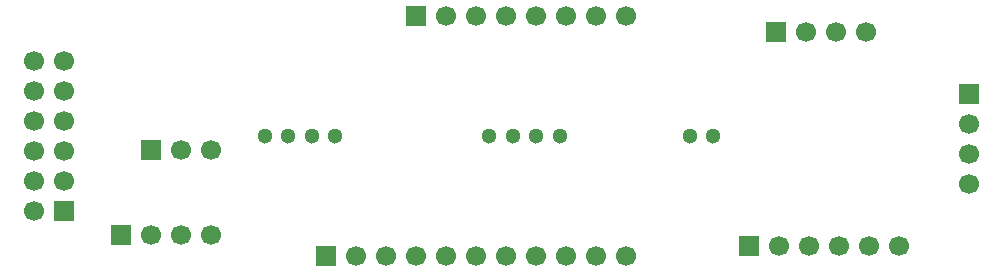
<source format=gbr>
%TF.GenerationSoftware,KiCad,Pcbnew,9.0.5*%
%TF.CreationDate,2025-11-06T16:05:17+09:00*%
%TF.ProjectId,________3,d6ecc3c9-dcfc-4c95-9f33-2e6b69636164,rev?*%
%TF.SameCoordinates,Original*%
%TF.FileFunction,Soldermask,Top*%
%TF.FilePolarity,Negative*%
%FSLAX46Y46*%
G04 Gerber Fmt 4.6, Leading zero omitted, Abs format (unit mm)*
G04 Created by KiCad (PCBNEW 9.0.5) date 2025-11-06 16:05:17*
%MOMM*%
%LPD*%
G01*
G04 APERTURE LIST*
%ADD10R,1.700000X1.700000*%
%ADD11C,1.700000*%
%ADD12C,1.300000*%
G04 APERTURE END LIST*
D10*
%TO.C,J6*%
X108450000Y-153070000D03*
D11*
X110990000Y-153070000D03*
X113530000Y-153070000D03*
X116070000Y-153070000D03*
%TD*%
D10*
%TO.C,J2*%
X180265000Y-141140000D03*
D11*
X180265000Y-143680000D03*
X180265000Y-146220000D03*
X180265000Y-148760000D03*
%TD*%
D10*
%TO.C,J3*%
X161640000Y-154010000D03*
D11*
X164180000Y-154010000D03*
X166720000Y-154010000D03*
X169260000Y-154010000D03*
X171800000Y-154010000D03*
X174340000Y-154010000D03*
%TD*%
D10*
%TO.C,J1*%
X103630000Y-151095000D03*
D11*
X101090000Y-151095000D03*
X103630000Y-148555000D03*
X101090000Y-148555000D03*
X103630000Y-146015000D03*
X101090000Y-146015000D03*
X103630000Y-143475000D03*
X101090000Y-143475000D03*
X103630000Y-140935000D03*
X101090000Y-140935000D03*
X103630000Y-138395000D03*
X101090000Y-138395000D03*
%TD*%
D10*
%TO.C,J7*%
X133457430Y-134590000D03*
D11*
X135997430Y-134590000D03*
X138537430Y-134590000D03*
X141077430Y-134590000D03*
X143617430Y-134590000D03*
X146157430Y-134590000D03*
X148697430Y-134590000D03*
X151237430Y-134590000D03*
%TD*%
D10*
%TO.C,J8*%
X110990000Y-145870000D03*
D11*
X113530000Y-145870000D03*
X116070000Y-145870000D03*
%TD*%
D10*
%TO.C,J4*%
X163950000Y-135880000D03*
D11*
X166490000Y-135880000D03*
X169030000Y-135880000D03*
X171570000Y-135880000D03*
%TD*%
D10*
%TO.C,J5*%
X125837430Y-154910000D03*
D11*
X128377430Y-154910000D03*
X130917430Y-154910000D03*
X133457430Y-154910000D03*
X135997430Y-154910000D03*
X138537430Y-154910000D03*
X141077430Y-154910000D03*
X143617430Y-154910000D03*
X146157430Y-154910000D03*
X148697430Y-154910000D03*
X151237430Y-154910000D03*
%TD*%
D12*
%TO.C,J9*%
X158620000Y-144745000D03*
X156620000Y-144745000D03*
%TD*%
%TO.C,J10*%
X126620000Y-144745000D03*
X124620000Y-144745000D03*
X122620000Y-144745000D03*
X120620000Y-144745000D03*
%TD*%
%TO.C,J11*%
X145620000Y-144745000D03*
X143620000Y-144745000D03*
X141620000Y-144745000D03*
X139620000Y-144745000D03*
%TD*%
M02*

</source>
